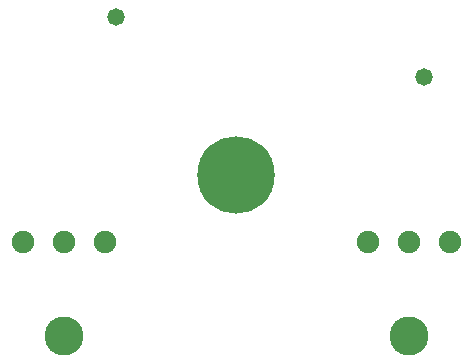
<source format=gbr>
G04 Layer_Color=16711935*
%FSLAX26Y26*%
%MOIN*%
%TF.FileFunction,Soldermask,Bot*%
%TF.Part,Single*%
G01*
G75*
%TA.AperFunction,ComponentPad*%
%ADD27C,0.074929*%
%ADD28C,0.130047*%
%TA.AperFunction,ViaPad*%
%ADD29C,0.258000*%
%ADD30C,0.058000*%
D27*
X1312205Y650000D02*
D03*
X1450000D02*
D03*
X1587795D02*
D03*
X162205D02*
D03*
X300000D02*
D03*
X437795D02*
D03*
D28*
X1450000Y338583D02*
D03*
X300000D02*
D03*
D29*
X875000Y875000D02*
D03*
D30*
X1500000Y1200000D02*
D03*
X475000Y1400000D02*
D03*
%TF.MD5,8b010ae1a95798be8326fe708ab253d6*%
M02*

</source>
